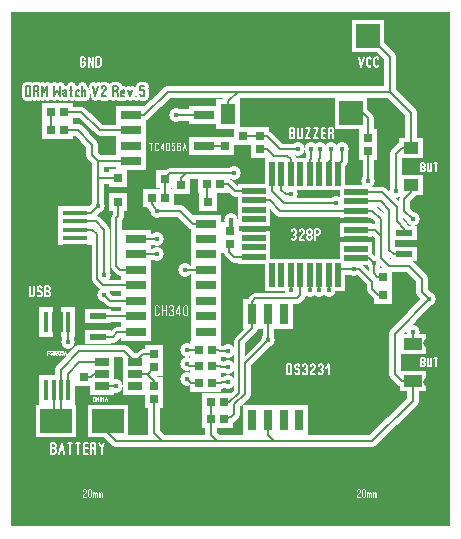
<source format=gbr>
%FSLAX34Y34*%
%MOMM*%
%LNCOPPER_TOP*%
G71*
G01*
%ADD10R, 2.900X1.200*%
%ADD11R, 2.100X0.400*%
%ADD12R, 1.900X2.300*%
%ADD13R, 2.200X7.800*%
%ADD14R, 1.300X2.800*%
%ADD15R, 2.800X1.300*%
%ADD16R, 2.000X0.500*%
%ADD17R, 2.200X1.300*%
%ADD18R, 1.400X0.500*%
%ADD19R, 3.500X2.800*%
%ADD20R, 1.200X2.600*%
%ADD21R, 0.400X1.800*%
%ADD22R, 2.000X1.500*%
%ADD23R, 1.600X1.500*%
%ADD24R, 0.800X0.700*%
%ADD25R, 1.800X0.700*%
%ADD26R, 2.600X1.500*%
%ADD27C, 0.950*%
%ADD28R, 1.500X1.600*%
%ADD29R, 2.100X2.600*%
%ADD30R, 1.300X1.800*%
%ADD31C, 1.200*%
%ADD32C, 0.930*%
%ADD33C, 0.927*%
%ADD34C, 1.000*%
%ADD35C, 1.100*%
%ADD36R, 0.700X0.800*%
%ADD37R, 2.800X2.800*%
%ADD38R, 2.000X2.000*%
%ADD39R, 0.700X1.800*%
%ADD40R, 1.500X2.600*%
%ADD41R, 1.100X1.400*%
%ADD42R, 2.100X1.800*%
%ADD43C, 0.800*%
%ADD44R, 0.500X1.200*%
%ADD45R, 2.300X1.800*%
%ADD46C, 0.400*%
%ADD47C, 2.500*%
%ADD48C, 0.159*%
%ADD49C, 0.759*%
%ADD50C, 0.111*%
%ADD51C, 0.044*%
%ADD52C, 0.150*%
%ADD53C, 0.127*%
%ADD54C, 0.143*%
%ADD55C, 0.078*%
%ADD56R, 0.500X2.000*%
%ADD57R, 2.700X2.000*%
%ADD58R, 1.200X0.700*%
%ADD59C, 0.130*%
%ADD60C, 0.200*%
%ADD61C, 0.300*%
%ADD62R, 1.300X1.000*%
%ADD63R, 1.500X1.000*%
%LPD*%
G36*
X0Y1000000D02*
X372000Y1000000D01*
X372000Y565000D01*
X0Y565000D01*
X0Y1000000D01*
G37*
%LPC*%
X54000Y830000D02*
G54D10*
D03*
X54000Y823000D02*
G54D10*
D03*
X54000Y816000D02*
G54D10*
D03*
X54000Y802000D02*
G54D11*
D03*
X54000Y809000D02*
G54D10*
D03*
X51000Y849000D02*
G54D12*
D03*
X52000Y784000D02*
G54D12*
D03*
X24000Y816000D02*
G54D13*
D03*
X221000Y863000D02*
G54D14*
D03*
X229000Y863000D02*
G54D14*
D03*
X237000Y863000D02*
G54D14*
D03*
X245000Y863000D02*
G54D14*
D03*
X253000Y863000D02*
G54D14*
D03*
X261000Y863000D02*
G54D14*
D03*
X269000Y863000D02*
G54D14*
D03*
X277000Y863000D02*
G54D14*
D03*
X221000Y778000D02*
G54D14*
D03*
X229000Y778000D02*
G54D14*
D03*
X237000Y778000D02*
G54D14*
D03*
X245000Y778000D02*
G54D14*
D03*
X253000Y778000D02*
G54D14*
D03*
X261000Y778000D02*
G54D14*
D03*
X269000Y778000D02*
G54D14*
D03*
X277000Y778000D02*
G54D14*
D03*
X292000Y848000D02*
G54D15*
D03*
X292000Y840000D02*
G54D15*
D03*
X292000Y832000D02*
G54D15*
D03*
X292000Y824000D02*
G54D16*
D03*
X292000Y816000D02*
G54D15*
D03*
X292000Y808000D02*
G54D16*
D03*
X292000Y800000D02*
G54D15*
D03*
X292000Y792000D02*
G54D15*
D03*
X206000Y849000D02*
G54D15*
D03*
X206000Y841000D02*
G54D15*
D03*
X206000Y833000D02*
G54D15*
D03*
X206000Y825000D02*
G54D15*
D03*
X206000Y817000D02*
G54D16*
D03*
X206000Y809000D02*
G54D15*
D03*
X206000Y801000D02*
G54D15*
D03*
X206000Y793000D02*
G54D15*
D03*
X333000Y813000D02*
G54D17*
D03*
X333000Y804000D02*
G54D18*
D03*
X333000Y795000D02*
G54D17*
D03*
X38000Y654000D02*
G54D19*
D03*
X82000Y654000D02*
G54D19*
D03*
X48000Y738000D02*
G54D20*
D03*
X42000Y738000D02*
G54D21*
D03*
X36000Y738000D02*
G54D21*
D03*
X30000Y738000D02*
G54D20*
D03*
X48000Y680000D02*
G54D20*
D03*
X42000Y680000D02*
G54D20*
D03*
X36000Y680000D02*
G54D20*
D03*
X30000Y680000D02*
G54D20*
D03*
X77000Y704000D02*
G54D22*
D03*
X77000Y694000D02*
G54D22*
D03*
X77000Y684000D02*
G54D22*
D03*
X105000Y704000D02*
G54D22*
D03*
X105000Y694000D02*
G54D22*
D03*
X105000Y684000D02*
G54D22*
D03*
X61500Y691500D02*
G54D23*
D03*
X61500Y680500D02*
G54D24*
D03*
X121500Y699500D02*
G54D23*
D03*
X121500Y710500D02*
G54D23*
D03*
X106000Y821000D02*
G54D25*
D03*
X106000Y808000D02*
G54D26*
D03*
X106000Y795000D02*
G54D26*
D03*
X106000Y782000D02*
G54D26*
D03*
X106000Y769000D02*
G54D26*
D03*
X106000Y756000D02*
G54D26*
D03*
X106000Y743000D02*
G54D26*
D03*
X106000Y729000D02*
G54D26*
D03*
X165000Y821000D02*
G54D26*
D03*
X165000Y808000D02*
G54D26*
D03*
X165000Y795000D02*
G54D26*
D03*
X165000Y782000D02*
G54D26*
D03*
X165000Y769000D02*
G54D26*
D03*
X165000Y756000D02*
G54D26*
D03*
X165000Y743000D02*
G54D26*
D03*
X165000Y729000D02*
G54D26*
D03*
G54D27*
X106000Y808000D02*
X124000Y808000D01*
G54D27*
X106000Y795000D02*
X124000Y795000D01*
X74000Y743000D02*
G54D17*
D03*
X74000Y734000D02*
G54D18*
D03*
X74000Y725000D02*
G54D17*
D03*
X170096Y714500D02*
G54D28*
D03*
X159096Y714500D02*
G54D28*
D03*
X181500Y875900D02*
G54D24*
D03*
X181500Y886900D02*
G54D23*
D03*
X102000Y913000D02*
G54D26*
D03*
X102000Y900000D02*
G54D26*
D03*
X102000Y887000D02*
G54D26*
D03*
X102000Y874000D02*
G54D26*
D03*
X163000Y913000D02*
G54D26*
D03*
X163000Y900000D02*
G54D25*
D03*
X163000Y887000D02*
G54D26*
D03*
X163000Y874000D02*
G54D25*
D03*
X184000Y914000D02*
G54D29*
D03*
X202000Y914000D02*
G54D30*
D03*
X45000Y916000D02*
G54D28*
D03*
X34000Y916000D02*
G54D28*
D03*
X45000Y900000D02*
G54D28*
D03*
X34000Y900000D02*
G54D28*
D03*
X121500Y683500D02*
G54D23*
D03*
X121500Y672500D02*
G54D23*
D03*
X243000Y884000D02*
G54D31*
D03*
X254000Y884000D02*
G54D31*
D03*
X262000Y884000D02*
G54D31*
D03*
X271000Y884000D02*
G54D31*
D03*
X280000Y884000D02*
G54D31*
D03*
G54D27*
X280000Y884000D02*
X280000Y874000D01*
X277000Y871000D01*
X277000Y863000D01*
G54D27*
X271000Y884000D02*
X271000Y875000D01*
X269000Y873000D01*
X269000Y863000D01*
G54D27*
X262000Y884000D02*
X262000Y877000D01*
X261000Y876000D01*
X261000Y863000D01*
G54D27*
X254000Y884000D02*
X254000Y876000D01*
X253000Y875000D01*
X253000Y866000D01*
X326000Y849000D02*
G54D31*
D03*
X340000Y825000D02*
G54D31*
D03*
X340000Y729000D02*
G54D31*
D03*
X354000Y757000D02*
G54D31*
D03*
X290000Y783000D02*
G54D31*
D03*
X307000Y788000D02*
G54D31*
D03*
G54D32*
X333000Y813000D02*
X333000Y817000D01*
X327000Y823000D01*
X327000Y835000D01*
X314000Y848000D01*
X292000Y848000D01*
G54D33*
X333000Y795000D02*
X324000Y795000D01*
X320000Y799000D01*
X320000Y833000D01*
X313000Y840000D01*
X292000Y840000D01*
G54D34*
X338900Y885000D02*
X331000Y885000D01*
X326000Y880000D01*
X326000Y849000D01*
G54D33*
X339000Y854000D02*
X339000Y848000D01*
X333000Y842000D01*
X333000Y832000D01*
X340000Y825000D01*
G54D27*
X340000Y729000D02*
X340000Y717000D01*
G54D34*
X292000Y816000D02*
X308000Y816000D01*
X313000Y811000D01*
X313000Y792000D01*
X320000Y785000D01*
X337000Y785000D01*
X348000Y774000D01*
X348000Y763000D01*
X354000Y757000D01*
G54D32*
X269000Y778000D02*
X269000Y765000D01*
G54D32*
X261000Y778000D02*
X261000Y765000D01*
X261000Y765000D02*
G54D31*
D03*
X269000Y765000D02*
G54D31*
D03*
X124000Y808000D02*
G54D31*
D03*
X124000Y795000D02*
G54D31*
D03*
G54D27*
X121500Y699500D02*
X116000Y694000D01*
X105000Y694000D01*
X115500Y693500D01*
X121000Y688000D01*
X121000Y685000D01*
X121500Y684500D01*
G54D27*
X48000Y675000D02*
X48000Y694000D01*
X58000Y704000D01*
X77000Y704000D01*
X89000Y684000D02*
G54D31*
D03*
X48000Y721000D02*
G54D31*
D03*
G54D34*
X48000Y738000D02*
X48000Y721000D01*
G54D27*
X89000Y684000D02*
X75000Y684000D01*
G54D27*
X74000Y743000D02*
X106000Y743000D01*
G54D27*
X74000Y725000D02*
X86000Y725000D01*
X90000Y729000D01*
X106000Y729000D01*
G54D27*
X54000Y816000D02*
X69000Y816000D01*
X73000Y812000D01*
X73000Y774000D01*
X78000Y769000D01*
X106000Y769000D01*
G54D27*
X54000Y823000D02*
X72000Y823000D01*
X79000Y816000D01*
X79000Y778000D01*
G54D27*
X106000Y756000D02*
X84000Y756000D01*
X79000Y761000D01*
X79000Y778000D02*
G54D31*
D03*
X79000Y761000D02*
G54D31*
D03*
G54D27*
X34000Y916000D02*
X34000Y900000D01*
G54D27*
X45000Y916000D02*
X59000Y916000D01*
X75000Y900000D01*
X102000Y900000D01*
G54D34*
X45000Y900000D02*
X57000Y900000D01*
X69000Y888000D01*
X69000Y879000D01*
X74000Y874000D01*
X102000Y874000D01*
G54D34*
X54000Y830000D02*
X68000Y830000D01*
X74000Y836000D01*
X74000Y874000D01*
G54D34*
X165000Y821000D02*
X154000Y821000D01*
X143000Y832000D01*
X124000Y832000D01*
X74000Y836000D02*
G54D31*
D03*
G54D34*
X82000Y654000D02*
X82000Y644000D01*
X89000Y637000D01*
X306000Y637000D01*
X340000Y671000D01*
X340000Y688000D01*
G54D34*
X338900Y885000D02*
X339000Y915000D01*
X321000Y933000D01*
X133000Y933000D01*
X113000Y913000D01*
X102000Y913000D01*
X185500Y814500D02*
G54D23*
D03*
X185500Y803500D02*
G54D23*
D03*
X186000Y824000D02*
G54D31*
D03*
G54D35*
X186000Y824000D02*
X186000Y815000D01*
X185500Y814500D01*
G54D32*
X253000Y778000D02*
X253000Y765000D01*
X253000Y765000D02*
G54D31*
D03*
X140000Y913000D02*
G54D31*
D03*
G54D34*
X140000Y913000D02*
X163000Y913000D01*
X101938Y839658D02*
G54D36*
D03*
X90938Y839658D02*
G54D28*
D03*
G54D27*
X106000Y782000D02*
X92000Y782000D01*
X89000Y785000D01*
X89000Y826000D01*
X91000Y828000D01*
X90938Y839658D01*
X101938Y859658D02*
G54D36*
D03*
X90938Y859658D02*
G54D28*
D03*
G54D34*
X90938Y859658D02*
X74342Y859658D01*
X74000Y860000D01*
X196500Y895500D02*
G54D23*
D03*
X196500Y884500D02*
G54D24*
D03*
X166500Y839500D02*
G54D28*
D03*
X177500Y839500D02*
G54D36*
D03*
X166000Y855000D02*
G54D28*
D03*
X177000Y855000D02*
G54D28*
D03*
G54D27*
X163000Y887000D02*
X181500Y886900D01*
G54D27*
X177000Y855000D02*
X184000Y855000D01*
X190000Y849000D01*
X210000Y849000D01*
X302500Y882500D02*
G54D23*
D03*
X302500Y893500D02*
G54D23*
D03*
G54D27*
X221000Y863000D02*
X221000Y849000D01*
X231000Y839000D01*
X275000Y839000D01*
G54D33*
X307000Y788000D02*
X303000Y792000D01*
X295000Y792000D01*
G54D27*
X290000Y783000D02*
X277000Y783000D01*
G54D27*
X206000Y793000D02*
X189000Y793000D01*
X185000Y797000D01*
X185000Y803000D01*
X185500Y803500D01*
X288000Y915000D02*
G54D37*
D03*
X231000Y915000D02*
G54D38*
D03*
X302500Y857500D02*
G54D31*
D03*
G54D27*
X302500Y857500D02*
X302500Y870500D01*
X302500Y882500D01*
X275000Y839000D02*
G54D31*
D03*
X296000Y745000D02*
G54D39*
D03*
X283000Y745000D02*
G54D39*
D03*
X270000Y745000D02*
G54D39*
D03*
X257000Y745000D02*
G54D39*
D03*
X244000Y745000D02*
G54D39*
D03*
X231000Y745000D02*
G54D40*
D03*
X218000Y745000D02*
G54D40*
D03*
X204000Y745000D02*
G54D40*
D03*
X296000Y655000D02*
G54D39*
D03*
X283000Y655000D02*
G54D39*
D03*
X270000Y655000D02*
G54D39*
D03*
X257000Y655000D02*
G54D39*
D03*
X244000Y655000D02*
G54D40*
D03*
X231000Y655000D02*
G54D40*
D03*
X218000Y655000D02*
G54D40*
D03*
X204000Y655000D02*
G54D40*
D03*
G54D34*
X169000Y670000D02*
X169000Y656000D01*
X169000Y642000D01*
X174000Y637000D01*
G54D27*
X204000Y745000D02*
X204000Y755000D01*
X207000Y758000D01*
X242000Y758000D01*
X245000Y761000D01*
X245000Y778000D01*
G54D34*
X218000Y655000D02*
X218000Y642000D01*
X223000Y637000D01*
G54D32*
X218000Y745000D02*
X218000Y723000D01*
X237000Y765000D02*
G54D31*
D03*
G54D32*
X237000Y765000D02*
X237000Y778000D01*
X218000Y723000D02*
G54D31*
D03*
G54D27*
X204000Y745000D02*
X204000Y733000D01*
X193000Y722000D01*
X193000Y678000D01*
X185000Y670000D01*
X180000Y670000D01*
G54D32*
X218000Y723000D02*
X198000Y703000D01*
X198000Y677000D01*
X189000Y668000D01*
X189000Y660000D01*
X186000Y657000D01*
X180000Y656000D01*
G54D34*
X36000Y680000D02*
X36000Y660000D01*
X42000Y660000D01*
X42000Y680000D01*
X42000Y697000D01*
X58000Y713000D01*
X96000Y713000D01*
X105000Y704000D01*
G54D27*
X121500Y710500D02*
X111500Y710500D01*
X105000Y704000D01*
G54D27*
X77000Y694000D02*
X70000Y694000D01*
X67548Y691547D01*
X61500Y691500D01*
G54D27*
X166500Y839500D02*
X166000Y843000D01*
X166000Y855000D01*
G54D34*
X313000Y811000D02*
X313000Y825000D01*
X306000Y832000D01*
X292000Y832000D01*
X338000Y870000D02*
G54D41*
D03*
X338900Y885000D02*
G54D42*
D03*
X339000Y854000D02*
G54D42*
D03*
X353000Y886000D02*
G54D43*
D03*
X353000Y853000D02*
G54D43*
D03*
X359000Y885000D02*
G54D44*
D03*
X359000Y854000D02*
G54D44*
D03*
X338000Y704000D02*
G54D41*
D03*
X340000Y718950D02*
G54D45*
D03*
X340000Y688000D02*
G54D45*
D03*
X353000Y720000D02*
G54D43*
D03*
X353000Y687000D02*
G54D43*
D03*
X359000Y719000D02*
G54D44*
D03*
X359000Y688000D02*
G54D44*
D03*
G54D34*
X340000Y688000D02*
X331000Y688000D01*
X325000Y694000D01*
X325000Y728000D01*
X354000Y757000D01*
X202000Y914000D02*
G54D46*
D03*
X316027Y916954D02*
G54D46*
D03*
X22000Y875000D02*
G54D46*
D03*
X154000Y835000D02*
G54D46*
D03*
X147000Y877000D02*
G54D46*
D03*
X159000Y644000D02*
G54D46*
D03*
X203000Y774000D02*
G54D46*
D03*
X49000Y962000D02*
G54D46*
D03*
X207000Y677000D02*
G54D46*
D03*
X205000Y865000D02*
G54D46*
D03*
X272000Y797000D02*
G54D46*
D03*
X34000Y699000D02*
G54D46*
D03*
X124000Y819000D02*
G54D46*
D03*
X326000Y675000D02*
G54D46*
D03*
X340000Y633000D02*
G54D46*
D03*
X61000Y607000D02*
G54D46*
D03*
X21000Y850000D02*
G54D46*
D03*
X21000Y835000D02*
G54D46*
D03*
X53000Y850000D02*
G54D46*
D03*
X21000Y783000D02*
G54D46*
D03*
X106000Y647000D02*
G54D46*
D03*
X53000Y783000D02*
G54D46*
D03*
X15000Y905000D02*
G54D46*
D03*
X21000Y817000D02*
G54D46*
D03*
X121000Y935000D02*
G54D46*
D03*
X30000Y970000D02*
G54D47*
D03*
X340000Y970000D02*
G54D47*
D03*
X340000Y600000D02*
G54D47*
D03*
X30000Y600000D02*
G54D47*
D03*
X124000Y832000D02*
G54D31*
D03*
G54D34*
X124000Y832000D02*
X119000Y838000D01*
X119000Y843000D01*
X144000Y854000D02*
G54D23*
D03*
X144000Y843000D02*
G54D24*
D03*
X210500Y884500D02*
G54D23*
D03*
X210500Y895500D02*
G54D23*
D03*
G54D27*
X196500Y895500D02*
X210500Y895500D01*
X119000Y843000D02*
G54D28*
D03*
X130000Y843000D02*
G54D28*
D03*
X119000Y859000D02*
G54D36*
D03*
X130000Y859000D02*
G54D28*
D03*
G54D27*
X130000Y859000D02*
X130000Y843000D01*
G54D48*
X233782Y693444D02*
X233782Y702333D01*
X236005Y702333D01*
X236894Y701778D01*
X237338Y700667D01*
X237338Y695111D01*
X236894Y694000D01*
X236005Y693444D01*
X233782Y693444D01*
G54D48*
X240450Y695111D02*
X240894Y694000D01*
X241783Y693444D01*
X242672Y693444D01*
X243561Y694000D01*
X244005Y695111D01*
X244005Y696222D01*
X243561Y697333D01*
X242672Y697889D01*
X241783Y697889D01*
X240894Y698444D01*
X240450Y699556D01*
X240450Y700667D01*
X240894Y701778D01*
X241783Y702333D01*
X242672Y702333D01*
X243561Y701778D01*
X244005Y700667D01*
G54D48*
X247116Y700667D02*
X247561Y701778D01*
X248450Y702333D01*
X249339Y702333D01*
X250228Y701778D01*
X250672Y700667D01*
X250672Y699556D01*
X250228Y698444D01*
X249339Y697889D01*
X250228Y697333D01*
X250672Y696222D01*
X250672Y695111D01*
X250228Y694000D01*
X249339Y693444D01*
X248450Y693444D01*
X247561Y694000D01*
X247116Y695111D01*
G54D48*
X257339Y693444D02*
X253784Y693444D01*
X253784Y694000D01*
X254228Y695111D01*
X256895Y698444D01*
X257339Y699556D01*
X257339Y700667D01*
X256895Y701778D01*
X256006Y702333D01*
X255117Y702333D01*
X254228Y701778D01*
X253784Y700667D01*
G54D48*
X260450Y700667D02*
X260895Y701778D01*
X261784Y702333D01*
X262673Y702333D01*
X263562Y701778D01*
X264006Y700667D01*
X264006Y699556D01*
X263562Y698444D01*
X262673Y697889D01*
X263562Y697333D01*
X264006Y696222D01*
X264006Y695111D01*
X263562Y694000D01*
X262673Y693444D01*
X261784Y693444D01*
X260895Y694000D01*
X260450Y695111D01*
G54D48*
X267118Y699000D02*
X269340Y702333D01*
X269340Y693444D01*
X339027Y939954D02*
G54D46*
D03*
X326000Y776000D02*
G54D36*
D03*
X315000Y776000D02*
G54D28*
D03*
X326000Y761000D02*
G54D36*
D03*
X315000Y760999D02*
G54D28*
D03*
G54D27*
X290000Y783000D02*
X295000Y783000D01*
X306000Y772000D01*
X306000Y766000D01*
X311000Y761000D01*
X315000Y760999D01*
G54D27*
X307000Y788000D02*
X307000Y779000D01*
X310000Y776000D01*
X315000Y776000D01*
G54D34*
X206000Y841000D02*
X219000Y841000D01*
X228000Y832000D01*
X292000Y832000D01*
X180000Y656000D02*
G54D28*
D03*
X169000Y656000D02*
G54D28*
D03*
X180000Y670000D02*
G54D28*
D03*
X169000Y670000D02*
G54D28*
D03*
G54D34*
X121500Y672500D02*
X121500Y643500D01*
X128000Y637000D01*
G54D34*
X184000Y914000D02*
X184000Y925000D01*
X192000Y933000D01*
G54D27*
X130000Y859000D02*
X135000Y864000D01*
X189000Y864000D01*
G54D27*
X144000Y854000D02*
X144000Y860000D01*
X148000Y864000D01*
X237000Y846000D02*
G54D31*
D03*
G54D27*
X229000Y863000D02*
X229000Y850000D01*
X233000Y846000D01*
X237000Y846000D01*
X189000Y864000D02*
G54D31*
D03*
G54D27*
X237000Y863000D02*
X237000Y875500D01*
X234000Y878500D01*
X222500Y878500D01*
X216500Y884500D01*
X210500Y884500D01*
G54D27*
X210500Y895500D02*
X216500Y895500D01*
X228000Y884000D01*
X243000Y884000D01*
G54D49*
X12670Y929000D02*
X12670Y937889D01*
X14892Y937889D01*
X15781Y937333D01*
X16226Y936222D01*
X16226Y930667D01*
X15781Y929556D01*
X14892Y929000D01*
X12670Y929000D01*
G54D49*
X21115Y933444D02*
X22448Y932333D01*
X22893Y931222D01*
X22893Y929000D01*
G54D49*
X19337Y929000D02*
X19337Y937889D01*
X21559Y937889D01*
X22448Y937333D01*
X22893Y936222D01*
X22893Y935111D01*
X22448Y934000D01*
X21559Y933444D01*
X19337Y933444D01*
G54D49*
X26004Y929000D02*
X26004Y937889D01*
X28226Y932333D01*
X30448Y937889D01*
X30448Y929000D01*
G54D49*
X36759Y937889D02*
X36759Y929000D01*
X38981Y934556D01*
X41203Y929000D01*
X41203Y937889D01*
G54D49*
X44314Y933444D02*
X45203Y934000D01*
X46270Y934000D01*
X46981Y932889D01*
X46981Y929000D01*
G54D49*
X46981Y930667D02*
X46536Y931778D01*
X45647Y932000D01*
X44758Y931778D01*
X44314Y930667D01*
X44492Y929556D01*
X45203Y929000D01*
X45647Y929000D01*
X45825Y929000D01*
X46536Y929556D01*
X46981Y930667D01*
G54D49*
X50981Y937889D02*
X50981Y929556D01*
X51425Y929000D01*
X51870Y929222D01*
G54D49*
X50092Y934000D02*
X51870Y934000D01*
G54D49*
X57203Y933667D02*
X56314Y934000D01*
X55425Y933667D01*
X54981Y932556D01*
X54981Y930333D01*
X55425Y929222D01*
X56314Y929000D01*
X57203Y929222D01*
G54D49*
X60314Y929000D02*
X60314Y937889D01*
G54D49*
X60314Y932556D02*
X60758Y933667D01*
X61647Y934000D01*
X62536Y933667D01*
X62981Y932556D01*
X62981Y929000D01*
G54D49*
X69292Y937889D02*
X71514Y929000D01*
X73736Y937889D01*
G54D49*
X80403Y929000D02*
X76847Y929000D01*
X76847Y929556D01*
X77291Y930667D01*
X79958Y934000D01*
X80403Y935111D01*
X80403Y936222D01*
X79958Y937333D01*
X79069Y937889D01*
X78180Y937889D01*
X77291Y937333D01*
X76847Y936222D01*
G54D49*
X88492Y933444D02*
X89825Y932333D01*
X90270Y931222D01*
X90270Y929000D01*
G54D49*
X86714Y929000D02*
X86714Y937889D01*
X88936Y937889D01*
X89825Y937333D01*
X90270Y936222D01*
X90270Y935111D01*
X89825Y934000D01*
X88936Y933444D01*
X86714Y933444D01*
G54D49*
X96048Y929556D02*
X95337Y929000D01*
X94448Y929000D01*
X93559Y929556D01*
X93381Y930667D01*
X93381Y932556D01*
X93825Y933667D01*
X94714Y934000D01*
X95603Y933667D01*
X96048Y932889D01*
X96048Y931778D01*
X93381Y931778D01*
G54D49*
X99159Y934000D02*
X100937Y929000D01*
X102715Y934000D01*
G54D49*
X106182Y929000D02*
X105826Y929000D01*
X105826Y929444D01*
X106182Y929444D01*
X106182Y929000D01*
X105826Y929000D01*
G54D49*
X112849Y937889D02*
X109293Y937889D01*
X109293Y934000D01*
X109737Y934000D01*
X110626Y934556D01*
X111515Y934556D01*
X112404Y934000D01*
X112849Y932889D01*
X112849Y930667D01*
X112404Y929556D01*
X111515Y929000D01*
X110626Y929000D01*
X109737Y929556D01*
X109293Y930667D01*
X21000Y800000D02*
G54D46*
D03*
G54D27*
X302500Y893500D02*
X302500Y910500D01*
X298000Y915000D01*
X288000Y915000D01*
G54D48*
X237661Y814667D02*
X238105Y815778D01*
X238994Y816333D01*
X239883Y816333D01*
X240772Y815778D01*
X241217Y814667D01*
X241217Y813556D01*
X240772Y812444D01*
X239883Y811889D01*
X240772Y811333D01*
X241217Y810222D01*
X241217Y809111D01*
X240772Y808000D01*
X239883Y807444D01*
X238994Y807444D01*
X238105Y808000D01*
X237661Y809111D01*
G54D48*
X247884Y807444D02*
X244328Y807444D01*
X244328Y808000D01*
X244772Y809111D01*
X247439Y812444D01*
X247884Y813556D01*
X247884Y814667D01*
X247439Y815778D01*
X246550Y816333D01*
X245661Y816333D01*
X244772Y815778D01*
X244328Y814667D01*
G54D48*
X253217Y811889D02*
X252328Y811889D01*
X251439Y812444D01*
X250995Y813556D01*
X250995Y814667D01*
X251439Y815778D01*
X252328Y816333D01*
X253217Y816333D01*
X254106Y815778D01*
X254551Y814667D01*
X254551Y813556D01*
X254106Y812444D01*
X253217Y811889D01*
X254106Y811333D01*
X254551Y810222D01*
X254551Y809111D01*
X254106Y808000D01*
X253217Y807444D01*
X252328Y807444D01*
X251439Y808000D01*
X250995Y809111D01*
X250995Y810222D01*
X251439Y811333D01*
X252328Y811889D01*
G54D48*
X257662Y807444D02*
X257662Y816333D01*
X259884Y816333D01*
X260773Y815778D01*
X261218Y814667D01*
X261218Y813556D01*
X260773Y812444D01*
X259884Y811889D01*
X257662Y811889D01*
G54D50*
X125225Y745111D02*
X124780Y744000D01*
X123891Y743444D01*
X123002Y743444D01*
X122113Y744000D01*
X121669Y745111D01*
X121669Y750667D01*
X122113Y751778D01*
X123002Y752333D01*
X123891Y752333D01*
X124780Y751778D01*
X125225Y750667D01*
G54D50*
X127669Y743444D02*
X127669Y752333D01*
G54D50*
X131225Y743444D02*
X131225Y752333D01*
G54D50*
X127669Y747889D02*
X131225Y747889D01*
G54D50*
X133669Y750667D02*
X134113Y751778D01*
X135002Y752333D01*
X135891Y752333D01*
X136780Y751778D01*
X137225Y750667D01*
X137225Y749556D01*
X136780Y748444D01*
X135891Y747889D01*
X136780Y747333D01*
X137225Y746222D01*
X137225Y745111D01*
X136780Y744000D01*
X135891Y743444D01*
X135002Y743444D01*
X134113Y744000D01*
X133669Y745111D01*
G54D50*
X142336Y743444D02*
X142336Y752333D01*
X139669Y746778D01*
X139669Y745667D01*
X143225Y745667D01*
G54D50*
X149225Y750667D02*
X149225Y745111D01*
X148780Y744000D01*
X147891Y743444D01*
X147002Y743444D01*
X146113Y744000D01*
X145669Y745111D01*
X145669Y750667D01*
X146113Y751778D01*
X147002Y752333D01*
X147891Y752333D01*
X148780Y751778D01*
X149225Y750667D01*
G54D50*
X118503Y883444D02*
X118503Y889667D01*
G54D50*
X117258Y889667D02*
X119747Y889667D01*
G54D50*
X124414Y884611D02*
X124103Y883833D01*
X123481Y883444D01*
X122859Y883444D01*
X122237Y883833D01*
X121926Y884611D01*
X121926Y888500D01*
X122237Y889278D01*
X122859Y889667D01*
X123481Y889667D01*
X124103Y889278D01*
X124414Y888500D01*
G54D50*
X128459Y883444D02*
X128459Y889667D01*
X126592Y885778D01*
X126592Y885000D01*
X129081Y885000D01*
G54D50*
X133748Y888500D02*
X133748Y884611D01*
X133437Y883833D01*
X132815Y883444D01*
X132193Y883444D01*
X131571Y883833D01*
X131260Y884611D01*
X131260Y888500D01*
X131571Y889278D01*
X132193Y889667D01*
X132815Y889667D01*
X133437Y889278D01*
X133748Y888500D01*
G54D50*
X138415Y889667D02*
X135926Y889667D01*
X135926Y886944D01*
X136238Y886944D01*
X136860Y887333D01*
X137482Y887333D01*
X138104Y886944D01*
X138415Y886167D01*
X138415Y884611D01*
X138104Y883833D01*
X137482Y883444D01*
X136860Y883444D01*
X136238Y883833D01*
X135926Y884611D01*
G54D50*
X143082Y888500D02*
X142771Y889278D01*
X142149Y889667D01*
X141527Y889667D01*
X140905Y889278D01*
X140594Y888500D01*
X140594Y886556D01*
X140594Y886167D01*
X141527Y886944D01*
X142149Y886944D01*
X142771Y886556D01*
X143082Y885778D01*
X143082Y884611D01*
X142771Y883833D01*
X142149Y883444D01*
X141527Y883444D01*
X140905Y883833D01*
X140594Y884611D01*
X140594Y886556D01*
G54D50*
X145260Y883444D02*
X146816Y889667D01*
X148372Y883444D01*
G54D50*
X145883Y885778D02*
X147749Y885778D01*
G54D48*
X236275Y893444D02*
X236275Y902333D01*
X238497Y902333D01*
X239386Y901778D01*
X239831Y900667D01*
X239831Y899556D01*
X239386Y898444D01*
X238497Y897889D01*
X239386Y897333D01*
X239831Y896222D01*
X239831Y895111D01*
X239386Y894000D01*
X238497Y893444D01*
X236275Y893444D01*
G54D48*
X236275Y897889D02*
X238497Y897889D01*
G54D48*
X242942Y902333D02*
X242942Y895111D01*
X243386Y894000D01*
X244275Y893444D01*
X245164Y893444D01*
X246053Y894000D01*
X246498Y895111D01*
X246498Y902333D01*
G54D48*
X249609Y902333D02*
X253165Y902333D01*
X249609Y893444D01*
X253165Y893444D01*
G54D48*
X256276Y902333D02*
X259832Y902333D01*
X256276Y893444D01*
X259832Y893444D01*
G54D48*
X266054Y893444D02*
X262943Y893444D01*
X262943Y902333D01*
X266054Y902333D01*
G54D48*
X262943Y897889D02*
X266054Y897889D01*
G54D48*
X270943Y897889D02*
X272276Y896778D01*
X272721Y895667D01*
X272721Y893444D01*
G54D48*
X269165Y893444D02*
X269165Y902333D01*
X271387Y902333D01*
X272276Y901778D01*
X272721Y900667D01*
X272721Y899556D01*
X272276Y898444D01*
X271387Y897889D01*
X269165Y897889D01*
G54D51*
X30800Y710111D02*
X30800Y713667D01*
X32045Y713667D01*
G54D51*
X30800Y711889D02*
X32045Y711889D01*
G54D51*
X33022Y710778D02*
X33200Y710333D01*
X33556Y710111D01*
X33911Y710111D01*
X34267Y710333D01*
X34445Y710778D01*
X34445Y711222D01*
X34267Y711667D01*
X33911Y711889D01*
X33556Y711889D01*
X33200Y712111D01*
X33022Y712555D01*
X33022Y713000D01*
X33200Y713444D01*
X33556Y713667D01*
X33911Y713667D01*
X34267Y713444D01*
X34445Y713000D01*
G54D51*
X36311Y711889D02*
X35956Y711889D01*
X35600Y712111D01*
X35422Y712555D01*
X35422Y713000D01*
X35600Y713444D01*
X35956Y713667D01*
X36311Y713667D01*
X36667Y713444D01*
X36845Y713000D01*
X36845Y712555D01*
X36667Y712111D01*
X36311Y711889D01*
X36667Y711667D01*
X36845Y711222D01*
X36845Y710778D01*
X36667Y710333D01*
X36311Y710111D01*
X35956Y710111D01*
X35600Y710333D01*
X35422Y710778D01*
X35422Y711222D01*
X35600Y711667D01*
X35956Y711889D01*
G54D51*
X39245Y710111D02*
X37822Y710111D01*
X37822Y710333D01*
X38000Y710778D01*
X39067Y712111D01*
X39245Y712555D01*
X39245Y713000D01*
X39067Y713444D01*
X38711Y713667D01*
X38356Y713667D01*
X38000Y713444D01*
X37822Y713000D01*
G54D51*
X41645Y713000D02*
X41645Y710778D01*
X41467Y710333D01*
X41111Y710111D01*
X40756Y710111D01*
X40400Y710333D01*
X40222Y710778D01*
X40222Y713000D01*
X40400Y713444D01*
X40756Y713667D01*
X41111Y713667D01*
X41467Y713444D01*
X41645Y713000D01*
G54D51*
X44045Y713667D02*
X42622Y713667D01*
X42622Y712111D01*
X42800Y712111D01*
X43156Y712333D01*
X43511Y712333D01*
X43867Y712111D01*
X44045Y711667D01*
X44045Y710778D01*
X43867Y710333D01*
X43511Y710111D01*
X43156Y710111D01*
X42800Y710333D01*
X42622Y710778D01*
G54D51*
X45022Y710111D02*
X45911Y713667D01*
X46800Y710111D01*
G54D51*
X45378Y711444D02*
X46445Y711444D01*
X147000Y782000D02*
G54D31*
D03*
X170096Y700500D02*
G54D28*
D03*
X159096Y700500D02*
G54D28*
D03*
X170096Y686500D02*
G54D28*
D03*
X159096Y686500D02*
G54D28*
D03*
X149000Y714000D02*
G54D31*
D03*
X149000Y702000D02*
G54D31*
D03*
X149000Y690000D02*
G54D31*
D03*
G54D52*
X159096Y714500D02*
X149000Y714000D01*
G54D52*
X159096Y700500D02*
X150500Y700500D01*
X149000Y702000D01*
G54D52*
X159096Y686500D02*
X152500Y686500D01*
X149000Y690000D01*
G54D52*
X165000Y782000D02*
X147000Y782000D01*
X184000Y713000D02*
G54D31*
D03*
X184000Y700000D02*
G54D31*
D03*
X184000Y687000D02*
G54D31*
D03*
G54D27*
X170096Y686500D02*
X177500Y686500D01*
X178000Y687000D01*
X184000Y687000D01*
G54D27*
X170096Y714500D02*
X175500Y714500D01*
X177000Y713000D01*
X184000Y713000D01*
G54D27*
X170096Y700500D02*
X177500Y700500D01*
X178000Y700000D01*
X184000Y700000D01*
G54D48*
X34171Y626444D02*
X34171Y635333D01*
X36393Y635333D01*
X37282Y634778D01*
X37727Y633667D01*
X37727Y632556D01*
X37282Y631444D01*
X36393Y630889D01*
X37282Y630333D01*
X37727Y629222D01*
X37727Y628111D01*
X37282Y627000D01*
X36393Y626444D01*
X34171Y626444D01*
G54D48*
X34171Y630889D02*
X36393Y630889D01*
G54D48*
X40838Y626444D02*
X43060Y635333D01*
X45282Y626444D01*
G54D48*
X41727Y629778D02*
X44394Y629778D01*
G54D48*
X50171Y626444D02*
X50171Y635333D01*
G54D48*
X48393Y635333D02*
X51949Y635333D01*
G54D48*
X56838Y626444D02*
X56838Y635333D01*
G54D48*
X55060Y635333D02*
X58616Y635333D01*
G54D48*
X64838Y626444D02*
X61727Y626444D01*
X61727Y635333D01*
X64838Y635333D01*
G54D48*
X61727Y630889D02*
X64838Y630889D01*
G54D48*
X69727Y630889D02*
X71060Y629778D01*
X71505Y628667D01*
X71505Y626444D01*
G54D48*
X67949Y626444D02*
X67949Y635333D01*
X70171Y635333D01*
X71060Y634778D01*
X71505Y633667D01*
X71505Y632556D01*
X71060Y631444D01*
X70171Y630889D01*
X67949Y630889D01*
G54D48*
X74616Y635333D02*
X76838Y630889D01*
X76838Y626444D01*
G54D48*
X76838Y630889D02*
X79060Y635333D01*
G54D48*
X15802Y768333D02*
X15802Y761111D01*
X16246Y760000D01*
X17135Y759444D01*
X18024Y759444D01*
X18913Y760000D01*
X19358Y761111D01*
X19358Y768333D01*
G54D48*
X22469Y761111D02*
X22913Y760000D01*
X23802Y759444D01*
X24691Y759444D01*
X25580Y760000D01*
X26025Y761111D01*
X26025Y762222D01*
X25580Y763333D01*
X24691Y763889D01*
X23802Y763889D01*
X22913Y764444D01*
X22469Y765556D01*
X22469Y766667D01*
X22913Y767778D01*
X23802Y768333D01*
X24691Y768333D01*
X25580Y767778D01*
X26025Y766667D01*
G54D48*
X29136Y759444D02*
X29136Y768333D01*
X31358Y768333D01*
X32247Y767778D01*
X32692Y766667D01*
X32692Y765556D01*
X32247Y764444D01*
X31358Y763889D01*
X32247Y763333D01*
X32692Y762222D01*
X32692Y761111D01*
X32247Y760000D01*
X31358Y759444D01*
X29136Y759444D01*
G54D48*
X29136Y763889D02*
X31358Y763889D01*
G54D53*
X347508Y865334D02*
X347508Y872445D01*
X349286Y872445D01*
X349997Y872000D01*
X350352Y871111D01*
X350352Y870222D01*
X349997Y869334D01*
X349286Y868889D01*
X349997Y868445D01*
X350352Y867556D01*
X350352Y866667D01*
X349997Y865778D01*
X349286Y865334D01*
X347508Y865334D01*
G54D53*
X347508Y868889D02*
X349286Y868889D01*
G54D53*
X352841Y872445D02*
X352841Y866667D01*
X353197Y865778D01*
X353908Y865334D01*
X354619Y865334D01*
X355330Y865778D01*
X355685Y866667D01*
X355685Y872445D01*
G54D53*
X359596Y865334D02*
X359596Y872445D01*
G54D53*
X358174Y872445D02*
X361018Y872445D01*
G54D53*
X347508Y700334D02*
X347508Y707445D01*
X349286Y707445D01*
X349997Y707000D01*
X350352Y706111D01*
X350352Y705222D01*
X349997Y704334D01*
X349286Y703889D01*
X349997Y703445D01*
X350352Y702556D01*
X350352Y701667D01*
X349997Y700778D01*
X349286Y700334D01*
X347508Y700334D01*
G54D53*
X347508Y703889D02*
X349286Y703889D01*
G54D53*
X352841Y707445D02*
X352841Y701667D01*
X353197Y700778D01*
X353908Y700334D01*
X354619Y700334D01*
X355330Y700778D01*
X355685Y701667D01*
X355685Y707445D01*
G54D53*
X359596Y700334D02*
X359596Y707445D01*
G54D53*
X358174Y707445D02*
X361018Y707445D01*
X288000Y863000D02*
G54D46*
D03*
X39000Y759000D02*
G54D46*
D03*
X14000Y710000D02*
G54D46*
D03*
X13000Y648000D02*
G54D46*
D03*
X303000Y608000D02*
G54D46*
D03*
X304000Y948000D02*
G54D46*
D03*
X60000Y671000D02*
G54D46*
D03*
G54D51*
X69800Y671111D02*
X69800Y674667D01*
X70689Y674667D01*
X71045Y674444D01*
X71223Y674000D01*
X71223Y671778D01*
X71045Y671333D01*
X70689Y671111D01*
X69800Y671111D01*
G54D51*
X72200Y674667D02*
X72200Y671111D01*
X73089Y673333D01*
X73978Y671111D01*
X73978Y674667D01*
G54D51*
X76379Y674000D02*
X76379Y671778D01*
X76201Y671333D01*
X75845Y671111D01*
X75490Y671111D01*
X75134Y671333D01*
X74956Y671778D01*
X74956Y674000D01*
X75134Y674444D01*
X75490Y674667D01*
X75845Y674667D01*
X76201Y674444D01*
X76379Y674000D01*
G54D51*
X77356Y673333D02*
X78245Y674667D01*
X78245Y671111D01*
G54D51*
X79224Y671111D02*
X80112Y674667D01*
X81001Y671111D01*
G54D51*
X79579Y672444D02*
X80646Y672444D01*
G54D54*
X294763Y962111D02*
X296763Y954111D01*
X298763Y962111D01*
G54D54*
X304763Y955611D02*
X304363Y954611D01*
X303563Y954111D01*
X302763Y954111D01*
X301963Y954611D01*
X301563Y955611D01*
X301563Y960611D01*
X301963Y961611D01*
X302763Y962111D01*
X303563Y962111D01*
X304363Y961611D01*
X304763Y960611D01*
G54D54*
X310763Y955611D02*
X310363Y954611D01*
X309563Y954111D01*
X308763Y954111D01*
X307963Y954611D01*
X307563Y955611D01*
X307563Y960611D01*
X307963Y961611D01*
X308763Y962111D01*
X309563Y962111D01*
X310363Y961611D01*
X310763Y960611D01*
G54D48*
X60777Y958111D02*
X62555Y958111D01*
X62555Y955333D01*
X62111Y954222D01*
X61222Y953666D01*
X60333Y953666D01*
X59444Y954222D01*
X59000Y955333D01*
X59000Y960889D01*
X59444Y962000D01*
X60333Y962555D01*
X61222Y962555D01*
X62111Y962000D01*
X62555Y960889D01*
G54D48*
X65666Y953666D02*
X65666Y962555D01*
X69222Y953666D01*
X69222Y962555D01*
G54D48*
X72334Y953666D02*
X72334Y962555D01*
X74556Y962555D01*
X75445Y962000D01*
X75889Y960889D01*
X75889Y955333D01*
X75445Y954222D01*
X74556Y953666D01*
X72334Y953666D01*
G54D55*
X63489Y590000D02*
X61000Y590000D01*
X61000Y590389D01*
X61311Y591167D01*
X63178Y593500D01*
X63489Y594278D01*
X63489Y595056D01*
X63178Y595833D01*
X62556Y596222D01*
X61933Y596222D01*
X61311Y595833D01*
X61000Y595056D01*
G54D55*
X67689Y595056D02*
X67689Y591167D01*
X67378Y590389D01*
X66756Y590000D01*
X66133Y590000D01*
X65511Y590389D01*
X65200Y591167D01*
X65200Y595056D01*
X65511Y595833D01*
X66133Y596222D01*
X66756Y596222D01*
X67378Y595833D01*
X67689Y595056D01*
G54D55*
X69400Y590000D02*
X69400Y593500D01*
G54D55*
X69400Y592878D02*
X70022Y593500D01*
X70644Y593267D01*
X70956Y592722D01*
X70956Y590000D01*
G54D55*
X70956Y592878D02*
X71578Y593500D01*
X72200Y593267D01*
X72511Y592722D01*
X72511Y590000D01*
G54D55*
X74222Y590000D02*
X74222Y593500D01*
G54D55*
X74222Y592878D02*
X74844Y593500D01*
X75466Y593267D01*
X75778Y592722D01*
X75778Y590000D01*
G54D55*
X75778Y592878D02*
X76400Y593500D01*
X77022Y593267D01*
X77333Y592722D01*
X77333Y590000D01*
G54D55*
X295489Y590000D02*
X293000Y590000D01*
X293000Y590389D01*
X293311Y591167D01*
X295178Y593500D01*
X295489Y594278D01*
X295489Y595056D01*
X295178Y595833D01*
X294556Y596222D01*
X293933Y596222D01*
X293311Y595833D01*
X293000Y595056D01*
G54D55*
X299689Y595056D02*
X299689Y591167D01*
X299378Y590389D01*
X298756Y590000D01*
X298133Y590000D01*
X297511Y590389D01*
X297200Y591167D01*
X297200Y595056D01*
X297511Y595833D01*
X298133Y596222D01*
X298756Y596222D01*
X299378Y595833D01*
X299689Y595056D01*
G54D55*
X301400Y590000D02*
X301400Y593500D01*
G54D55*
X301400Y592878D02*
X302022Y593500D01*
X302644Y593267D01*
X302956Y592722D01*
X302956Y590000D01*
G54D55*
X302956Y592878D02*
X303578Y593500D01*
X304200Y593267D01*
X304511Y592722D01*
X304511Y590000D01*
G54D55*
X306222Y590000D02*
X306222Y593500D01*
G54D55*
X306222Y592878D02*
X306844Y593500D01*
X307466Y593267D01*
X307778Y592722D01*
X307778Y590000D01*
G54D55*
X307778Y592878D02*
X308400Y593500D01*
X309022Y593267D01*
X309333Y592722D01*
X309333Y590000D01*
X302000Y980000D02*
G54D37*
D03*
X68000Y980000D02*
G54D38*
D03*
G54D34*
X302000Y980000D02*
X303000Y980000D01*
X321000Y962000D01*
X321000Y933000D01*
%LPD*%
X54000Y830000D02*
G54D11*
D03*
X54000Y823000D02*
G54D11*
D03*
X54000Y816000D02*
G54D11*
D03*
X54000Y802000D02*
G54D11*
D03*
X54000Y809000D02*
G54D11*
D03*
X51000Y849000D02*
G54D12*
D03*
X52000Y784000D02*
G54D12*
D03*
X24000Y816000D02*
G54D13*
D03*
X221000Y863000D02*
G54D56*
D03*
X229000Y863000D02*
G54D56*
D03*
X237000Y863000D02*
G54D56*
D03*
X245000Y863000D02*
G54D56*
D03*
X253000Y863000D02*
G54D56*
D03*
X261000Y863000D02*
G54D56*
D03*
X269000Y863000D02*
G54D56*
D03*
X277000Y863000D02*
G54D56*
D03*
X221000Y778000D02*
G54D56*
D03*
X229000Y778000D02*
G54D56*
D03*
X237000Y778000D02*
G54D56*
D03*
X245000Y778000D02*
G54D56*
D03*
X253000Y778000D02*
G54D56*
D03*
X261000Y778000D02*
G54D56*
D03*
X269000Y778000D02*
G54D56*
D03*
X277000Y778000D02*
G54D56*
D03*
X292000Y848000D02*
G54D16*
D03*
X292000Y840000D02*
G54D16*
D03*
X292000Y832000D02*
G54D16*
D03*
X292000Y824000D02*
G54D16*
D03*
X292000Y816000D02*
G54D16*
D03*
X292000Y808000D02*
G54D16*
D03*
X292000Y800000D02*
G54D16*
D03*
X292000Y792000D02*
G54D16*
D03*
X206000Y849000D02*
G54D16*
D03*
X206000Y841000D02*
G54D16*
D03*
X206000Y833000D02*
G54D16*
D03*
X206000Y825000D02*
G54D16*
D03*
X206000Y817000D02*
G54D16*
D03*
X206000Y809000D02*
G54D16*
D03*
X206000Y801000D02*
G54D16*
D03*
X206000Y793000D02*
G54D16*
D03*
X333000Y813000D02*
G54D18*
D03*
X333000Y804000D02*
G54D18*
D03*
X333000Y795000D02*
G54D18*
D03*
X38000Y654000D02*
G54D57*
D03*
X82000Y654000D02*
G54D57*
D03*
X48000Y738000D02*
G54D21*
D03*
X42000Y738000D02*
G54D21*
D03*
X36000Y738000D02*
G54D21*
D03*
X30000Y738000D02*
G54D21*
D03*
X48000Y680000D02*
G54D21*
D03*
X42000Y680000D02*
G54D21*
D03*
X36000Y680000D02*
G54D21*
D03*
X30000Y680000D02*
G54D21*
D03*
X77000Y704000D02*
G54D58*
D03*
X77000Y694000D02*
G54D58*
D03*
X77000Y684000D02*
G54D58*
D03*
X105000Y704000D02*
G54D58*
D03*
X105000Y694000D02*
G54D58*
D03*
X105000Y684000D02*
G54D58*
D03*
X61500Y691500D02*
G54D24*
D03*
X61500Y680500D02*
G54D24*
D03*
X121500Y699500D02*
G54D24*
D03*
X121500Y710500D02*
G54D24*
D03*
X106000Y821000D02*
G54D25*
D03*
X106000Y808000D02*
G54D25*
D03*
X106000Y795000D02*
G54D25*
D03*
X106000Y782000D02*
G54D25*
D03*
X106000Y769000D02*
G54D25*
D03*
X106000Y756000D02*
G54D25*
D03*
X106000Y743000D02*
G54D25*
D03*
X106000Y729000D02*
G54D25*
D03*
X165000Y821000D02*
G54D25*
D03*
X165000Y808000D02*
G54D25*
D03*
X165000Y795000D02*
G54D25*
D03*
X165000Y782000D02*
G54D25*
D03*
X165000Y769000D02*
G54D25*
D03*
X165000Y756000D02*
G54D25*
D03*
X165000Y743000D02*
G54D25*
D03*
X165000Y729000D02*
G54D25*
D03*
G54D52*
X106000Y808000D02*
X124000Y808000D01*
G54D52*
X106000Y795000D02*
X124000Y795000D01*
X74000Y743000D02*
G54D18*
D03*
X74000Y734000D02*
G54D18*
D03*
X74000Y725000D02*
G54D18*
D03*
X170096Y714500D02*
G54D36*
D03*
X159096Y714500D02*
G54D36*
D03*
X181500Y875900D02*
G54D24*
D03*
X181500Y886900D02*
G54D24*
D03*
X102000Y913000D02*
G54D25*
D03*
X102000Y900000D02*
G54D25*
D03*
X102000Y887000D02*
G54D25*
D03*
X102000Y874000D02*
G54D25*
D03*
X163000Y913000D02*
G54D25*
D03*
X163000Y900000D02*
G54D25*
D03*
X163000Y887000D02*
G54D25*
D03*
X163000Y874000D02*
G54D25*
D03*
X184000Y914000D02*
G54D30*
D03*
X202000Y914000D02*
G54D30*
D03*
X45000Y916000D02*
G54D36*
D03*
X34000Y916000D02*
G54D36*
D03*
X45000Y900000D02*
G54D36*
D03*
X34000Y900000D02*
G54D36*
D03*
X121500Y683500D02*
G54D24*
D03*
X121500Y672500D02*
G54D24*
D03*
X243000Y884000D02*
G54D46*
D03*
X254000Y884000D02*
G54D46*
D03*
X262000Y884000D02*
G54D46*
D03*
X271000Y884000D02*
G54D46*
D03*
X280000Y884000D02*
G54D46*
D03*
G54D52*
X280000Y884000D02*
X280000Y874000D01*
X277000Y871000D01*
X277000Y863000D01*
G54D52*
X271000Y884000D02*
X271000Y875000D01*
X269000Y873000D01*
X269000Y863000D01*
G54D52*
X262000Y884000D02*
X262000Y877000D01*
X261000Y876000D01*
X261000Y863000D01*
G54D52*
X254000Y884000D02*
X254000Y876000D01*
X253000Y875000D01*
X253000Y866000D01*
X326000Y849000D02*
G54D46*
D03*
X340000Y825000D02*
G54D46*
D03*
X340000Y729000D02*
G54D46*
D03*
X354000Y757000D02*
G54D46*
D03*
X290000Y783000D02*
G54D46*
D03*
X307000Y788000D02*
G54D46*
D03*
G54D59*
X333000Y813000D02*
X333000Y817000D01*
X327000Y823000D01*
X327000Y835000D01*
X314000Y848000D01*
X292000Y848000D01*
G54D53*
X333000Y795000D02*
X324000Y795000D01*
X320000Y799000D01*
X320000Y833000D01*
X313000Y840000D01*
X292000Y840000D01*
G54D60*
X338900Y885000D02*
X331000Y885000D01*
X326000Y880000D01*
X326000Y849000D01*
G54D53*
X339000Y854000D02*
X339000Y848000D01*
X333000Y842000D01*
X333000Y832000D01*
X340000Y825000D01*
G54D52*
X340000Y729000D02*
X340000Y717000D01*
G54D60*
X292000Y816000D02*
X308000Y816000D01*
X313000Y811000D01*
X313000Y792000D01*
X320000Y785000D01*
X337000Y785000D01*
X348000Y774000D01*
X348000Y763000D01*
X354000Y757000D01*
G54D59*
X269000Y778000D02*
X269000Y765000D01*
G54D59*
X261000Y778000D02*
X261000Y765000D01*
X261000Y765000D02*
G54D46*
D03*
X269000Y765000D02*
G54D46*
D03*
X124000Y808000D02*
G54D46*
D03*
X124000Y795000D02*
G54D46*
D03*
G54D52*
X121500Y699500D02*
X116000Y694000D01*
X105000Y694000D01*
X115500Y693500D01*
X121000Y688000D01*
X121000Y685000D01*
X121500Y684500D01*
G54D52*
X48000Y675000D02*
X48000Y694000D01*
X58000Y704000D01*
X77000Y704000D01*
X89000Y684000D02*
G54D46*
D03*
X48000Y721000D02*
G54D46*
D03*
G54D60*
X48000Y738000D02*
X48000Y721000D01*
G54D52*
X89000Y684000D02*
X75000Y684000D01*
G54D52*
X74000Y743000D02*
X106000Y743000D01*
G54D52*
X74000Y725000D02*
X86000Y725000D01*
X90000Y729000D01*
X106000Y729000D01*
G54D52*
X54000Y816000D02*
X69000Y816000D01*
X73000Y812000D01*
X73000Y774000D01*
X78000Y769000D01*
X106000Y769000D01*
G54D52*
X54000Y823000D02*
X72000Y823000D01*
X79000Y816000D01*
X79000Y778000D01*
G54D52*
X106000Y756000D02*
X84000Y756000D01*
X79000Y761000D01*
X79000Y778000D02*
G54D46*
D03*
X79000Y761000D02*
G54D46*
D03*
G54D52*
X34000Y916000D02*
X34000Y900000D01*
G54D52*
X45000Y916000D02*
X59000Y916000D01*
X75000Y900000D01*
X102000Y900000D01*
G54D60*
X45000Y900000D02*
X57000Y900000D01*
X69000Y888000D01*
X69000Y879000D01*
X74000Y874000D01*
X102000Y874000D01*
G54D60*
X54000Y830000D02*
X68000Y830000D01*
X74000Y836000D01*
X74000Y874000D01*
G54D60*
X165000Y821000D02*
X154000Y821000D01*
X143000Y832000D01*
X124000Y832000D01*
X74000Y836000D02*
G54D46*
D03*
G54D60*
X82000Y654000D02*
X82000Y644000D01*
X89000Y637000D01*
X306000Y637000D01*
X340000Y671000D01*
X340000Y688000D01*
G54D60*
X338900Y885000D02*
X339000Y915000D01*
X321000Y933000D01*
X133000Y933000D01*
X113000Y913000D01*
X102000Y913000D01*
X185500Y814500D02*
G54D24*
D03*
X185500Y803500D02*
G54D24*
D03*
X186000Y824000D02*
G54D46*
D03*
G54D61*
X186000Y824000D02*
X186000Y815000D01*
X185500Y814500D01*
G54D59*
X253000Y778000D02*
X253000Y765000D01*
X253000Y765000D02*
G54D46*
D03*
X140000Y913000D02*
G54D46*
D03*
G54D60*
X140000Y913000D02*
X163000Y913000D01*
X101938Y839658D02*
G54D36*
D03*
X90938Y839658D02*
G54D36*
D03*
G54D52*
X106000Y782000D02*
X92000Y782000D01*
X89000Y785000D01*
X89000Y826000D01*
X91000Y828000D01*
X90938Y839658D01*
X101938Y859658D02*
G54D36*
D03*
X90938Y859658D02*
G54D36*
D03*
G54D60*
X90938Y859658D02*
X74342Y859658D01*
X74000Y860000D01*
X196500Y895500D02*
G54D24*
D03*
X196500Y884500D02*
G54D24*
D03*
X166500Y839500D02*
G54D36*
D03*
X177500Y839500D02*
G54D36*
D03*
X166000Y855000D02*
G54D36*
D03*
X177000Y855000D02*
G54D36*
D03*
G54D52*
X163000Y887000D02*
X181500Y886900D01*
G54D52*
X177000Y855000D02*
X184000Y855000D01*
X190000Y849000D01*
X210000Y849000D01*
X302500Y882500D02*
G54D24*
D03*
X302500Y893500D02*
G54D24*
D03*
G54D52*
X221000Y863000D02*
X221000Y849000D01*
X231000Y839000D01*
X275000Y839000D01*
G54D53*
X307000Y788000D02*
X303000Y792000D01*
X295000Y792000D01*
G54D52*
X290000Y783000D02*
X277000Y783000D01*
G54D52*
X206000Y793000D02*
X189000Y793000D01*
X185000Y797000D01*
X185000Y803000D01*
X185500Y803500D01*
X288000Y915000D02*
G54D38*
D03*
X231000Y915000D02*
G54D38*
D03*
X302500Y857500D02*
G54D46*
D03*
G54D52*
X302500Y857500D02*
X302500Y870500D01*
X302500Y882500D01*
X275000Y839000D02*
G54D46*
D03*
X296000Y745000D02*
G54D39*
D03*
X283000Y745000D02*
G54D39*
D03*
X270000Y745000D02*
G54D39*
D03*
X257000Y745000D02*
G54D39*
D03*
X244000Y745000D02*
G54D39*
D03*
X231000Y745000D02*
G54D39*
D03*
X218000Y745000D02*
G54D39*
D03*
X204000Y745000D02*
G54D39*
D03*
X296000Y655000D02*
G54D39*
D03*
X283000Y655000D02*
G54D39*
D03*
X270000Y655000D02*
G54D39*
D03*
X257000Y655000D02*
G54D39*
D03*
X244000Y655000D02*
G54D39*
D03*
X231000Y655000D02*
G54D39*
D03*
X218000Y655000D02*
G54D39*
D03*
X204000Y655000D02*
G54D39*
D03*
G54D60*
X169000Y670000D02*
X169000Y656000D01*
X169000Y642000D01*
X174000Y637000D01*
G54D52*
X204000Y745000D02*
X204000Y755000D01*
X207000Y758000D01*
X242000Y758000D01*
X245000Y761000D01*
X245000Y778000D01*
G54D60*
X218000Y655000D02*
X218000Y642000D01*
X223000Y637000D01*
G54D59*
X218000Y745000D02*
X218000Y723000D01*
X237000Y765000D02*
G54D46*
D03*
G54D59*
X237000Y765000D02*
X237000Y778000D01*
X218000Y723000D02*
G54D46*
D03*
G54D52*
X204000Y745000D02*
X204000Y733000D01*
X193000Y722000D01*
X193000Y678000D01*
X185000Y670000D01*
X180000Y670000D01*
G54D59*
X218000Y723000D02*
X198000Y703000D01*
X198000Y677000D01*
X189000Y668000D01*
X189000Y660000D01*
X186000Y657000D01*
X180000Y656000D01*
G54D60*
X36000Y680000D02*
X36000Y660000D01*
X42000Y660000D01*
X42000Y680000D01*
X42000Y697000D01*
X58000Y713000D01*
X96000Y713000D01*
X105000Y704000D01*
G54D52*
X121500Y710500D02*
X111500Y710500D01*
X105000Y704000D01*
G54D52*
X77000Y694000D02*
X70000Y694000D01*
X67548Y691547D01*
X61500Y691500D01*
G54D52*
X166500Y839500D02*
X166000Y843000D01*
X166000Y855000D01*
G54D60*
X313000Y811000D02*
X313000Y825000D01*
X306000Y832000D01*
X292000Y832000D01*
X338000Y870000D02*
G54D41*
D03*
X338900Y885000D02*
G54D62*
D03*
X339000Y854000D02*
G54D62*
D03*
X353000Y886000D02*
G54D43*
D03*
X353000Y853000D02*
G54D43*
D03*
X359000Y885000D02*
G54D44*
D03*
X359000Y854000D02*
G54D44*
D03*
X338000Y704000D02*
G54D41*
D03*
X340000Y718950D02*
G54D63*
D03*
X340000Y688000D02*
G54D63*
D03*
X353000Y720000D02*
G54D43*
D03*
X353000Y687000D02*
G54D43*
D03*
X359000Y719000D02*
G54D44*
D03*
X359000Y688000D02*
G54D44*
D03*
G54D60*
X340000Y688000D02*
X331000Y688000D01*
X325000Y694000D01*
X325000Y728000D01*
X354000Y757000D01*
X202000Y914000D02*
G54D46*
D03*
X316027Y916954D02*
G54D46*
D03*
X22000Y875000D02*
G54D46*
D03*
X154000Y835000D02*
G54D46*
D03*
X147000Y877000D02*
G54D46*
D03*
X159000Y644000D02*
G54D46*
D03*
X203000Y774000D02*
G54D46*
D03*
X49000Y962000D02*
G54D46*
D03*
X207000Y677000D02*
G54D46*
D03*
X205000Y865000D02*
G54D46*
D03*
X272000Y797000D02*
G54D46*
D03*
X34000Y699000D02*
G54D46*
D03*
X124000Y819000D02*
G54D46*
D03*
X326000Y675000D02*
G54D46*
D03*
X340000Y633000D02*
G54D46*
D03*
X61000Y607000D02*
G54D46*
D03*
X21000Y850000D02*
G54D46*
D03*
X21000Y835000D02*
G54D46*
D03*
X53000Y850000D02*
G54D46*
D03*
X21000Y783000D02*
G54D46*
D03*
X106000Y647000D02*
G54D46*
D03*
X53000Y783000D02*
G54D46*
D03*
X15000Y905000D02*
G54D46*
D03*
X21000Y817000D02*
G54D46*
D03*
X121000Y935000D02*
G54D46*
D03*
X30000Y970000D02*
G54D47*
D03*
X340000Y970000D02*
G54D47*
D03*
X340000Y600000D02*
G54D47*
D03*
X30000Y600000D02*
G54D47*
D03*
X124000Y832000D02*
G54D46*
D03*
G54D60*
X124000Y832000D02*
X119000Y838000D01*
X119000Y843000D01*
X144000Y854000D02*
G54D24*
D03*
X144000Y843000D02*
G54D24*
D03*
X210500Y884500D02*
G54D24*
D03*
X210500Y895500D02*
G54D24*
D03*
G54D52*
X196500Y895500D02*
X210500Y895500D01*
X119000Y843000D02*
G54D36*
D03*
X130000Y843000D02*
G54D36*
D03*
X119000Y859000D02*
G54D36*
D03*
X130000Y859000D02*
G54D36*
D03*
G54D52*
X130000Y859000D02*
X130000Y843000D01*
X339027Y939954D02*
G54D46*
D03*
X326000Y776000D02*
G54D36*
D03*
X315000Y776000D02*
G54D36*
D03*
X326000Y761000D02*
G54D36*
D03*
X315000Y760999D02*
G54D36*
D03*
G54D52*
X290000Y783000D02*
X295000Y783000D01*
X306000Y772000D01*
X306000Y766000D01*
X311000Y761000D01*
X315000Y760999D01*
G54D52*
X307000Y788000D02*
X307000Y779000D01*
X310000Y776000D01*
X315000Y776000D01*
G54D60*
X206000Y841000D02*
X219000Y841000D01*
X228000Y832000D01*
X292000Y832000D01*
X180000Y656000D02*
G54D36*
D03*
X169000Y656000D02*
G54D36*
D03*
X180000Y670000D02*
G54D36*
D03*
X169000Y670000D02*
G54D36*
D03*
G54D60*
X121500Y672500D02*
X121500Y643500D01*
X128000Y637000D01*
G54D60*
X184000Y914000D02*
X184000Y925000D01*
X192000Y933000D01*
G54D52*
X130000Y859000D02*
X135000Y864000D01*
X189000Y864000D01*
G54D52*
X144000Y854000D02*
X144000Y860000D01*
X148000Y864000D01*
X237000Y846000D02*
G54D46*
D03*
G54D52*
X229000Y863000D02*
X229000Y850000D01*
X233000Y846000D01*
X237000Y846000D01*
X189000Y864000D02*
G54D46*
D03*
G54D52*
X237000Y863000D02*
X237000Y875500D01*
X234000Y878500D01*
X222500Y878500D01*
X216500Y884500D01*
X210500Y884500D01*
G54D52*
X210500Y895500D02*
X216500Y895500D01*
X228000Y884000D01*
X243000Y884000D01*
G54D48*
X12670Y929000D02*
X12670Y937889D01*
X14892Y937889D01*
X15781Y937333D01*
X16226Y936222D01*
X16226Y930667D01*
X15781Y929556D01*
X14892Y929000D01*
X12670Y929000D01*
G54D48*
X21115Y933444D02*
X22448Y932333D01*
X22893Y931222D01*
X22893Y929000D01*
G54D48*
X19337Y929000D02*
X19337Y937889D01*
X21559Y937889D01*
X22448Y937333D01*
X22893Y936222D01*
X22893Y935111D01*
X22448Y934000D01*
X21559Y933444D01*
X19337Y933444D01*
G54D48*
X26004Y929000D02*
X26004Y937889D01*
X28226Y932333D01*
X30448Y937889D01*
X30448Y929000D01*
G54D48*
X36759Y937889D02*
X36759Y929000D01*
X38981Y934556D01*
X41203Y929000D01*
X41203Y937889D01*
G54D48*
X44314Y933444D02*
X45203Y934000D01*
X46270Y934000D01*
X46981Y932889D01*
X46981Y929000D01*
G54D48*
X46981Y930667D02*
X46536Y931778D01*
X45647Y932000D01*
X44758Y931778D01*
X44314Y930667D01*
X44492Y929556D01*
X45203Y929000D01*
X45647Y929000D01*
X45825Y929000D01*
X46536Y929556D01*
X46981Y930667D01*
G54D48*
X50981Y937889D02*
X50981Y929556D01*
X51425Y929000D01*
X51870Y929222D01*
G54D48*
X50092Y934000D02*
X51870Y934000D01*
G54D48*
X57203Y933667D02*
X56314Y934000D01*
X55425Y933667D01*
X54981Y932556D01*
X54981Y930333D01*
X55425Y929222D01*
X56314Y929000D01*
X57203Y929222D01*
G54D48*
X60314Y929000D02*
X60314Y937889D01*
G54D48*
X60314Y932556D02*
X60758Y933667D01*
X61647Y934000D01*
X62536Y933667D01*
X62981Y932556D01*
X62981Y929000D01*
G54D48*
X69292Y937889D02*
X71514Y929000D01*
X73736Y937889D01*
G54D48*
X80403Y929000D02*
X76847Y929000D01*
X76847Y929556D01*
X77291Y930667D01*
X79958Y934000D01*
X80403Y935111D01*
X80403Y936222D01*
X79958Y937333D01*
X79069Y937889D01*
X78180Y937889D01*
X77291Y937333D01*
X76847Y936222D01*
G54D48*
X88492Y933444D02*
X89825Y932333D01*
X90270Y931222D01*
X90270Y929000D01*
G54D48*
X86714Y929000D02*
X86714Y937889D01*
X88936Y937889D01*
X89825Y937333D01*
X90270Y936222D01*
X90270Y935111D01*
X89825Y934000D01*
X88936Y933444D01*
X86714Y933444D01*
G54D48*
X96048Y929556D02*
X95337Y929000D01*
X94448Y929000D01*
X93559Y929556D01*
X93381Y930667D01*
X93381Y932556D01*
X93825Y933667D01*
X94714Y934000D01*
X95603Y933667D01*
X96048Y932889D01*
X96048Y931778D01*
X93381Y931778D01*
G54D48*
X99159Y934000D02*
X100937Y929000D01*
X102715Y934000D01*
G54D48*
X106182Y929000D02*
X105826Y929000D01*
X105826Y929444D01*
X106182Y929444D01*
X106182Y929000D01*
X105826Y929000D01*
G54D48*
X112849Y937889D02*
X109293Y937889D01*
X109293Y934000D01*
X109737Y934000D01*
X110626Y934556D01*
X111515Y934556D01*
X112404Y934000D01*
X112849Y932889D01*
X112849Y930667D01*
X112404Y929556D01*
X111515Y929000D01*
X110626Y929000D01*
X109737Y929556D01*
X109293Y930667D01*
X21000Y800000D02*
G54D46*
D03*
G54D52*
X302500Y893500D02*
X302500Y910500D01*
X298000Y915000D01*
X288000Y915000D01*
X147000Y782000D02*
G54D46*
D03*
X170096Y700500D02*
G54D36*
D03*
X159096Y700500D02*
G54D36*
D03*
X170096Y686500D02*
G54D36*
D03*
X159096Y686500D02*
G54D36*
D03*
X149000Y714000D02*
G54D46*
D03*
X149000Y702000D02*
G54D46*
D03*
X149000Y690000D02*
G54D46*
D03*
G54D52*
X159096Y714500D02*
X149000Y714000D01*
G54D52*
X159096Y700500D02*
X150500Y700500D01*
X149000Y702000D01*
G54D52*
X159096Y686500D02*
X152500Y686500D01*
X149000Y690000D01*
G54D52*
X165000Y782000D02*
X147000Y782000D01*
X184000Y713000D02*
G54D46*
D03*
X184000Y700000D02*
G54D46*
D03*
X184000Y687000D02*
G54D46*
D03*
G54D52*
X170096Y686500D02*
X177500Y686500D01*
X178000Y687000D01*
X184000Y687000D01*
G54D52*
X170096Y714500D02*
X175500Y714500D01*
X177000Y713000D01*
X184000Y713000D01*
G54D52*
X170096Y700500D02*
X177500Y700500D01*
X178000Y700000D01*
X184000Y700000D01*
X288000Y863000D02*
G54D46*
D03*
X39000Y759000D02*
G54D46*
D03*
X14000Y710000D02*
G54D46*
D03*
X13000Y648000D02*
G54D46*
D03*
X303000Y608000D02*
G54D46*
D03*
X304000Y948000D02*
G54D46*
D03*
X60000Y671000D02*
G54D46*
D03*
X302000Y980000D02*
G54D38*
D03*
X68000Y980000D02*
G54D38*
D03*
G54D60*
X302000Y980000D02*
X303000Y980000D01*
X321000Y962000D01*
X321000Y933000D01*
M02*

</source>
